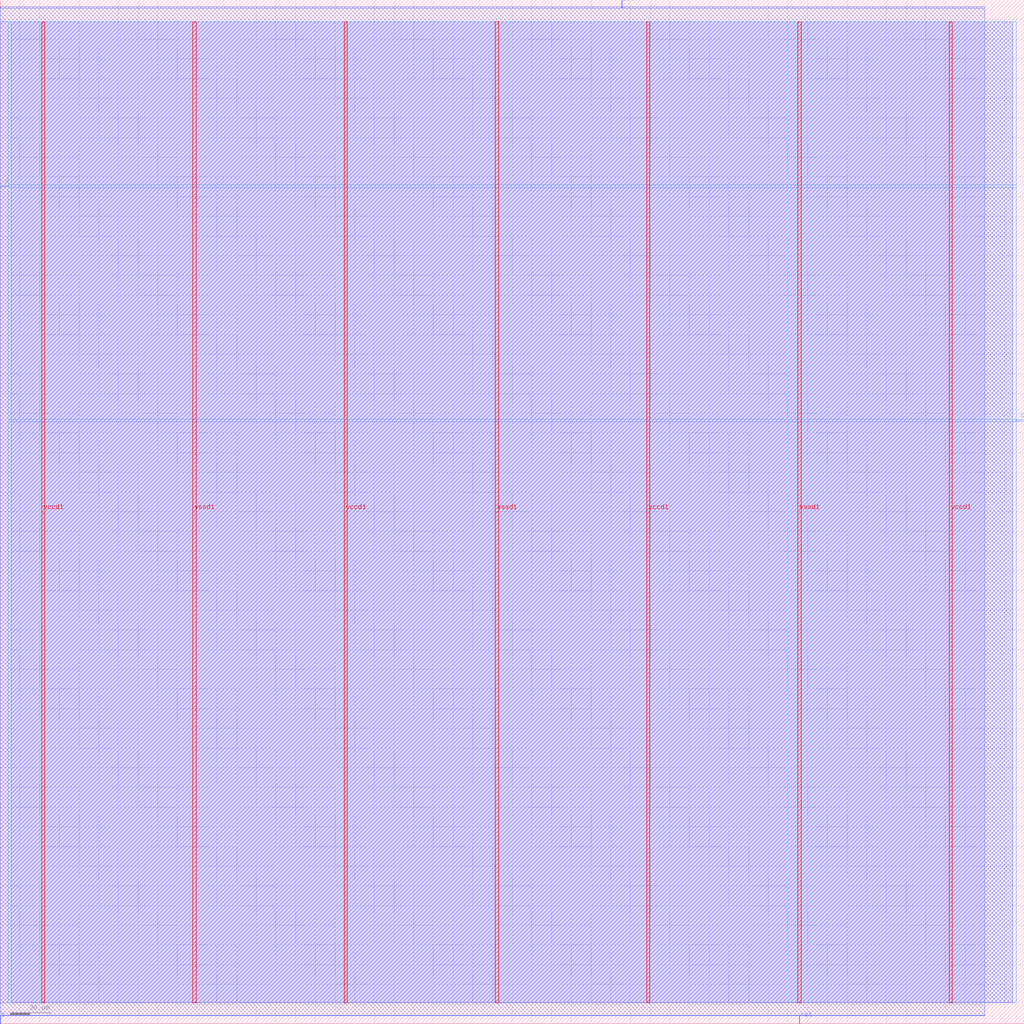
<source format=lef>
VERSION 5.7 ;
  NOWIREEXTENSIONATPIN ON ;
  DIVIDERCHAR "/" ;
  BUSBITCHARS "[]" ;
MACRO simple_design
  CLASS BLOCK ;
  FOREIGN simple_design ;
  ORIGIN 0.000 0.000 ;
  SIZE 520.000 BY 520.000 ;
  PIN a
    DIRECTION INPUT ;
    USE SIGNAL ;
    ANTENNAGATEAREA 0.159000 ;
    PORT
      LAYER met3 ;
        RECT 0.000 425.040 4.000 425.640 ;
    END
  END a
  PIN b
    DIRECTION INPUT ;
    USE SIGNAL ;
    ANTENNAGATEAREA 0.213000 ;
    PORT
      LAYER met2 ;
        RECT 0.090 0.000 0.370 4.000 ;
    END
  END b
  PIN clk
    DIRECTION INPUT ;
    USE SIGNAL ;
    ANTENNAGATEAREA 0.159000 ;
    PORT
      LAYER met3 ;
        RECT 516.000 306.040 520.000 306.640 ;
    END
  END clk
  PIN out
    DIRECTION OUTPUT TRISTATE ;
    USE SIGNAL ;
    ANTENNADIFFAREA 0.795200 ;
    PORT
      LAYER met2 ;
        RECT 315.650 516.000 315.930 520.000 ;
    END
  END out
  PIN rst
    DIRECTION INPUT ;
    USE SIGNAL ;
    ANTENNAGATEAREA 0.213000 ;
    PORT
      LAYER met2 ;
        RECT 405.810 0.000 406.090 4.000 ;
    END
  END rst
  PIN vccd1
    DIRECTION INOUT ;
    USE POWER ;
    PORT
      LAYER met4 ;
        RECT 21.040 10.640 22.640 508.880 ;
    END
    PORT
      LAYER met4 ;
        RECT 174.640 10.640 176.240 508.880 ;
    END
    PORT
      LAYER met4 ;
        RECT 328.240 10.640 329.840 508.880 ;
    END
    PORT
      LAYER met4 ;
        RECT 481.840 10.640 483.440 508.880 ;
    END
  END vccd1
  PIN vssd1
    DIRECTION INOUT ;
    USE GROUND ;
    PORT
      LAYER met4 ;
        RECT 97.840 10.640 99.440 508.880 ;
    END
    PORT
      LAYER met4 ;
        RECT 251.440 10.640 253.040 508.880 ;
    END
    PORT
      LAYER met4 ;
        RECT 405.040 10.640 406.640 508.880 ;
    END
  END vssd1
  OBS
      LAYER li1 ;
        RECT 5.520 10.795 514.280 508.725 ;
      LAYER met1 ;
        RECT 0.070 10.640 514.280 508.880 ;
      LAYER met2 ;
        RECT 0.100 515.720 315.370 516.530 ;
        RECT 316.210 515.720 499.930 516.530 ;
        RECT 0.100 4.280 499.930 515.720 ;
        RECT 0.650 4.000 405.530 4.280 ;
        RECT 406.370 4.000 499.930 4.280 ;
      LAYER met3 ;
        RECT 4.000 426.040 516.000 508.805 ;
        RECT 4.400 424.640 516.000 426.040 ;
        RECT 4.000 307.040 516.000 424.640 ;
        RECT 4.000 305.640 515.600 307.040 ;
        RECT 4.000 10.715 516.000 305.640 ;
  END
END simple_design
END LIBRARY


</source>
